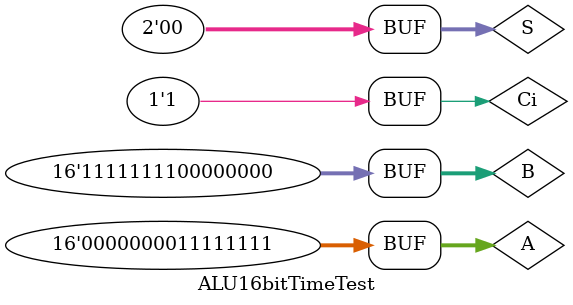
<source format=v>


module ALU16bitTimeTest;
  
  // Declare all inputs as reg and outputs as wire:
  
  reg [15:0] A, B;
  reg  [1:0] S;
  reg Ci;
  
  wire [15:0] R;
  wire Co, V, Z;
  
  // Instantiate a FullAdder:
  
  ALU16bit UUT (A, B, S, Ci, R, Co, V, Z);
  
  initial begin
    
    A = 16'b0000000000000000;
    B = 16'b0000000000000000;
    S = 2'b00; Ci = 0;
    
  end
  
  // Create the testbench sequence, showing expected results.
  
  initial begin

    #0;

    // Worst case timing scenario -

    // Set  A = 0000000011111111
    // Set  B = 1111111100000000
    // Set Ci = 1
    
    // R = 0000000000000000, Co = 1, V = 0, Z = 1.

    A  <= 16'b0000000011111111;
    B  <= 16'b1111111100000000;
    S  <= 2'b00;
    Ci <= 1;
    
    #250;
    
  end
  
endmodule
</source>
